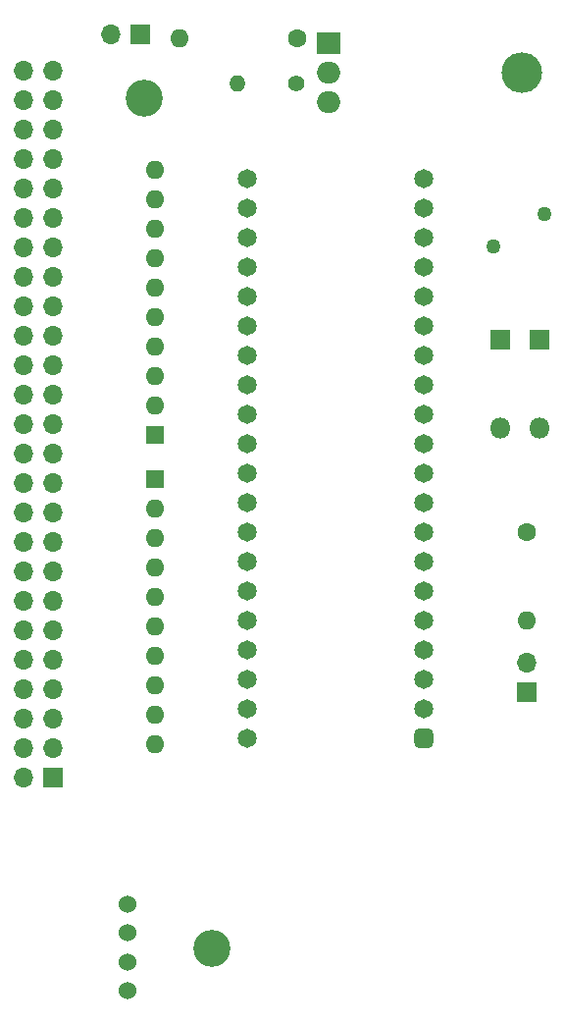
<source format=gbr>
%TF.GenerationSoftware,KiCad,Pcbnew,(6.0.2)*%
%TF.CreationDate,2022-04-05T14:05:54-06:00*%
%TF.ProjectId,F4_THTV1,46345f54-4854-4563-912e-6b696361645f,rev?*%
%TF.SameCoordinates,Original*%
%TF.FileFunction,Soldermask,Bot*%
%TF.FilePolarity,Negative*%
%FSLAX46Y46*%
G04 Gerber Fmt 4.6, Leading zero omitted, Abs format (unit mm)*
G04 Created by KiCad (PCBNEW (6.0.2)) date 2022-04-05 14:05:54*
%MOMM*%
%LPD*%
G01*
G04 APERTURE LIST*
G04 Aperture macros list*
%AMRoundRect*
0 Rectangle with rounded corners*
0 $1 Rounding radius*
0 $2 $3 $4 $5 $6 $7 $8 $9 X,Y pos of 4 corners*
0 Add a 4 corners polygon primitive as box body*
4,1,4,$2,$3,$4,$5,$6,$7,$8,$9,$2,$3,0*
0 Add four circle primitives for the rounded corners*
1,1,$1+$1,$2,$3*
1,1,$1+$1,$4,$5*
1,1,$1+$1,$6,$7*
1,1,$1+$1,$8,$9*
0 Add four rect primitives between the rounded corners*
20,1,$1+$1,$2,$3,$4,$5,0*
20,1,$1+$1,$4,$5,$6,$7,0*
20,1,$1+$1,$6,$7,$8,$9,0*
20,1,$1+$1,$8,$9,$2,$3,0*%
G04 Aperture macros list end*
%ADD10R,1.700000X1.700000*%
%ADD11O,1.700000X1.700000*%
%ADD12C,1.524000*%
%ADD13C,3.200000*%
%ADD14C,1.270000*%
%ADD15RoundRect,0.412500X0.412500X0.412500X-0.412500X0.412500X-0.412500X-0.412500X0.412500X-0.412500X0*%
%ADD16C,1.650000*%
%ADD17C,1.600000*%
%ADD18O,1.600000X1.600000*%
%ADD19C,1.400000*%
%ADD20O,1.400000X1.400000*%
%ADD21R,1.600000X1.600000*%
%ADD22O,3.500000X3.500000*%
%ADD23R,2.000000X1.905000*%
%ADD24O,2.000000X1.905000*%
%ADD25R,1.800000X1.800000*%
%ADD26O,1.800000X1.800000*%
G04 APERTURE END LIST*
D10*
%TO.C,J4*%
X110200000Y-131400000D03*
D11*
X107660000Y-131400000D03*
X110200000Y-128860000D03*
X107660000Y-128860000D03*
X110200000Y-126320000D03*
X107660000Y-126320000D03*
X110200000Y-123780000D03*
X107660000Y-123780000D03*
X110200000Y-121240000D03*
X107660000Y-121240000D03*
X110200000Y-118700000D03*
X107660000Y-118700000D03*
X110200000Y-116160000D03*
X107660000Y-116160000D03*
X110200000Y-113620000D03*
X107660000Y-113620000D03*
X110200000Y-111080000D03*
X107660000Y-111080000D03*
X110200000Y-108540000D03*
X107660000Y-108540000D03*
X110200000Y-106000000D03*
X107660000Y-106000000D03*
X110200000Y-103460000D03*
X107660000Y-103460000D03*
X110200000Y-100920000D03*
X107660000Y-100920000D03*
X110200000Y-98380000D03*
X107660000Y-98380000D03*
X110200000Y-95840000D03*
X107660000Y-95840000D03*
X110200000Y-93300000D03*
X107660000Y-93300000D03*
X110200000Y-90760000D03*
X107660000Y-90760000D03*
X110200000Y-88220000D03*
X107660000Y-88220000D03*
X110200000Y-85680000D03*
X107660000Y-85680000D03*
X110200000Y-83140000D03*
X107660000Y-83140000D03*
X110200000Y-80600000D03*
X107660000Y-80600000D03*
X110200000Y-78060000D03*
X107660000Y-78060000D03*
X110200000Y-75520000D03*
X107660000Y-75520000D03*
X110200000Y-72980000D03*
X107660000Y-72980000D03*
X110200000Y-70440000D03*
X107660000Y-70440000D03*
%TD*%
D12*
%TO.C,J2*%
X116666000Y-149794600D03*
X116666000Y-147294600D03*
X116666000Y-144794600D03*
X116666000Y-142294600D03*
%TD*%
D13*
%TO.C,REF\u002A\u002A*%
X123952000Y-146177000D03*
%TD*%
%TO.C,REF\u002A\u002A*%
X118110000Y-72834500D03*
%TD*%
D14*
%TO.C,F1*%
X148253675Y-85587879D03*
X152654000Y-82804000D03*
%TD*%
D15*
%TO.C,BP1*%
X142240000Y-128016000D03*
D16*
X142240000Y-125476000D03*
X142240000Y-122936000D03*
X142240000Y-120396000D03*
X142240000Y-117856000D03*
X142240000Y-115316000D03*
X142240000Y-112776000D03*
X142240000Y-110236000D03*
X142240000Y-107696000D03*
X142240000Y-105156000D03*
X142240000Y-102616000D03*
X142240000Y-100076000D03*
X142240000Y-97536000D03*
X142240000Y-94996000D03*
X142240000Y-92456000D03*
X142240000Y-89916000D03*
X142240000Y-87376000D03*
X142240000Y-84836000D03*
X142240000Y-82296000D03*
X142240000Y-79756000D03*
X127000000Y-79756000D03*
X127000000Y-82296000D03*
X127000000Y-84836000D03*
X127000000Y-87376000D03*
X127000000Y-89916000D03*
X127000000Y-92456000D03*
X127000000Y-94996000D03*
X127000000Y-97536000D03*
X127000000Y-100076000D03*
X127000000Y-102616000D03*
X127000000Y-105156000D03*
X127000000Y-107696000D03*
X127000000Y-110236000D03*
X127000000Y-112776000D03*
X127000000Y-115316000D03*
X127000000Y-117856000D03*
X127000000Y-120396000D03*
X127000000Y-122936000D03*
X127000000Y-125476000D03*
X127000000Y-128016000D03*
%TD*%
D10*
%TO.C,J3*%
X151130000Y-124015500D03*
D11*
X151130000Y-121475500D03*
%TD*%
D17*
%TO.C,R19*%
X151130000Y-110236000D03*
D18*
X151130000Y-117856000D03*
%TD*%
D17*
%TO.C,R1*%
X131318000Y-67691000D03*
D18*
X121158000Y-67691000D03*
%TD*%
D19*
%TO.C,R2*%
X131191000Y-71564500D03*
D20*
X126111000Y-71564500D03*
%TD*%
D21*
%TO.C,RN1*%
X118999000Y-105664000D03*
D18*
X118999000Y-108204000D03*
X118999000Y-110744000D03*
X118999000Y-113284000D03*
X118999000Y-115824000D03*
X118999000Y-118364000D03*
X118999000Y-120904000D03*
X118999000Y-123444000D03*
X118999000Y-125984000D03*
X118999000Y-128524000D03*
%TD*%
D21*
%TO.C,RN2*%
X118999000Y-101854000D03*
D18*
X118999000Y-99314000D03*
X118999000Y-96774000D03*
X118999000Y-94234000D03*
X118999000Y-91694000D03*
X118999000Y-89154000D03*
X118999000Y-86614000D03*
X118999000Y-84074000D03*
X118999000Y-81534000D03*
X118999000Y-78994000D03*
%TD*%
D22*
%TO.C,U1*%
X150708500Y-70612000D03*
D23*
X134048500Y-68072000D03*
D24*
X134048500Y-70612000D03*
X134048500Y-73152000D03*
%TD*%
D10*
%TO.C,J1*%
X117792500Y-67310000D03*
D11*
X115252500Y-67310000D03*
%TD*%
D25*
%TO.C,D1*%
X152209500Y-93662500D03*
D26*
X152209500Y-101282500D03*
%TD*%
D25*
%TO.C,D2*%
X148844000Y-93662500D03*
D26*
X148844000Y-101282500D03*
%TD*%
M02*

</source>
